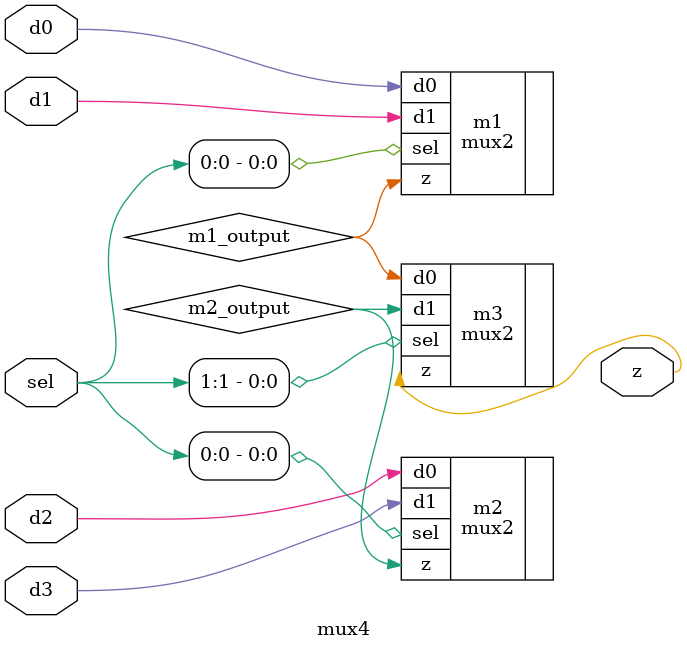
<source format=sv>
module mux4 (
    input logic d0,          // Data input 0
    input logic d1,          // Data input 1
    input logic d2,          // Data input 2
    input logic d3,          // Data input 3
    input logic [1:0] sel,   // Select input
    output logic z           // Output
);


logic m1_output , m2_output;


parameter Tpdlh = 1;
parameter Tpdhl = 1;

mux2 m1(
    .d0(d0),
	.d1(d1),
	.sel(sel[0]),
	.z(m1_output)

);

mux2 m2(
    .d0(d2),
	.d1(d3),
	.sel(sel[0]),
	.z(m2_output)

);

mux2 m3(
    .d0(m1_output),
	.d1(m2_output),
	.sel(sel[1]),
	.z(z)
);


endmodule

</source>
